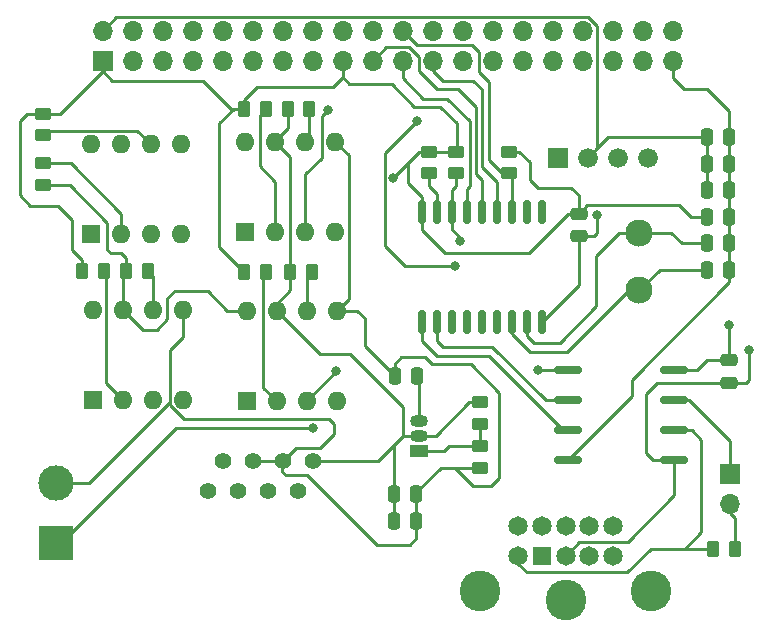
<source format=gtl>
%TF.GenerationSoftware,KiCad,Pcbnew,(6.0.10)*%
%TF.CreationDate,2023-01-13T18:11:07+01:00*%
%TF.ProjectId,InterfaceS88GleisboxRPi,496e7465-7266-4616-9365-533838476c65,rev?*%
%TF.SameCoordinates,Original*%
%TF.FileFunction,Copper,L1,Top*%
%TF.FilePolarity,Positive*%
%FSLAX46Y46*%
G04 Gerber Fmt 4.6, Leading zero omitted, Abs format (unit mm)*
G04 Created by KiCad (PCBNEW (6.0.10)) date 2023-01-13 18:11:07*
%MOMM*%
%LPD*%
G01*
G04 APERTURE LIST*
G04 Aperture macros list*
%AMRoundRect*
0 Rectangle with rounded corners*
0 $1 Rounding radius*
0 $2 $3 $4 $5 $6 $7 $8 $9 X,Y pos of 4 corners*
0 Add a 4 corners polygon primitive as box body*
4,1,4,$2,$3,$4,$5,$6,$7,$8,$9,$2,$3,0*
0 Add four circle primitives for the rounded corners*
1,1,$1+$1,$2,$3*
1,1,$1+$1,$4,$5*
1,1,$1+$1,$6,$7*
1,1,$1+$1,$8,$9*
0 Add four rect primitives between the rounded corners*
20,1,$1+$1,$2,$3,$4,$5,0*
20,1,$1+$1,$4,$5,$6,$7,0*
20,1,$1+$1,$6,$7,$8,$9,0*
20,1,$1+$1,$8,$9,$2,$3,0*%
G04 Aperture macros list end*
%TA.AperFunction,ComponentPad*%
%ADD10R,3.000000X3.000000*%
%TD*%
%TA.AperFunction,ComponentPad*%
%ADD11C,3.000000*%
%TD*%
%TA.AperFunction,ComponentPad*%
%ADD12C,3.450000*%
%TD*%
%TA.AperFunction,ComponentPad*%
%ADD13C,1.650000*%
%TD*%
%TA.AperFunction,ComponentPad*%
%ADD14R,1.500000X1.500000*%
%TD*%
%TA.AperFunction,ComponentPad*%
%ADD15C,1.397000*%
%TD*%
%TA.AperFunction,ComponentPad*%
%ADD16R,1.500000X1.050000*%
%TD*%
%TA.AperFunction,ComponentPad*%
%ADD17O,1.500000X1.050000*%
%TD*%
%TA.AperFunction,SMDPad,CuDef*%
%ADD18RoundRect,0.250000X0.450000X-0.262500X0.450000X0.262500X-0.450000X0.262500X-0.450000X-0.262500X0*%
%TD*%
%TA.AperFunction,SMDPad,CuDef*%
%ADD19RoundRect,0.250000X-0.262500X-0.450000X0.262500X-0.450000X0.262500X0.450000X-0.262500X0.450000X0*%
%TD*%
%TA.AperFunction,SMDPad,CuDef*%
%ADD20RoundRect,0.250000X-0.475000X0.250000X-0.475000X-0.250000X0.475000X-0.250000X0.475000X0.250000X0*%
%TD*%
%TA.AperFunction,ComponentPad*%
%ADD21R,1.700000X1.700000*%
%TD*%
%TA.AperFunction,ComponentPad*%
%ADD22O,1.700000X1.700000*%
%TD*%
%TA.AperFunction,SMDPad,CuDef*%
%ADD23RoundRect,0.250000X-0.250000X-0.475000X0.250000X-0.475000X0.250000X0.475000X-0.250000X0.475000X0*%
%TD*%
%TA.AperFunction,ComponentPad*%
%ADD24R,1.600000X1.600000*%
%TD*%
%TA.AperFunction,ComponentPad*%
%ADD25O,1.600000X1.600000*%
%TD*%
%TA.AperFunction,SMDPad,CuDef*%
%ADD26RoundRect,0.162500X-1.012500X-0.162500X1.012500X-0.162500X1.012500X0.162500X-1.012500X0.162500X0*%
%TD*%
%TA.AperFunction,SMDPad,CuDef*%
%ADD27RoundRect,0.250000X-0.450000X0.262500X-0.450000X-0.262500X0.450000X-0.262500X0.450000X0.262500X0*%
%TD*%
%TA.AperFunction,SMDPad,CuDef*%
%ADD28RoundRect,0.250000X0.262500X0.450000X-0.262500X0.450000X-0.262500X-0.450000X0.262500X-0.450000X0*%
%TD*%
%TA.AperFunction,SMDPad,CuDef*%
%ADD29RoundRect,0.250000X0.250000X0.475000X-0.250000X0.475000X-0.250000X-0.475000X0.250000X-0.475000X0*%
%TD*%
%TA.AperFunction,ComponentPad*%
%ADD30R,1.675000X1.675000*%
%TD*%
%TA.AperFunction,ComponentPad*%
%ADD31C,1.675000*%
%TD*%
%TA.AperFunction,SMDPad,CuDef*%
%ADD32RoundRect,0.150000X0.150000X-0.875000X0.150000X0.875000X-0.150000X0.875000X-0.150000X-0.875000X0*%
%TD*%
%TA.AperFunction,ComponentPad*%
%ADD33C,2.300000*%
%TD*%
%TA.AperFunction,ViaPad*%
%ADD34C,0.800000*%
%TD*%
%TA.AperFunction,Conductor*%
%ADD35C,0.250000*%
%TD*%
G04 APERTURE END LIST*
D10*
%TO.P,J5,1,Pin_1*%
%TO.N,Net-(C10-Pad1)*%
X95000000Y-93900000D03*
D11*
%TO.P,J5,2,Pin_2*%
%TO.N,GNDD*%
X95000000Y-88820000D03*
%TD*%
D12*
%TO.P,J2,MH3,MH3*%
%TO.N,unconnected-(J2-PadMH3)*%
X130850000Y-98000000D03*
%TO.P,J2,MH2,MH2*%
%TO.N,unconnected-(J2-PadMH2)*%
X145350000Y-98000000D03*
%TO.P,J2,MH1,MH1*%
%TO.N,unconnected-(J2-PadMH1)*%
X138100000Y-98800000D03*
D13*
%TO.P,J2,10,10*%
%TO.N,unconnected-(J2-Pad10)*%
X142100000Y-92500000D03*
%TO.P,J2,9,9*%
%TO.N,unconnected-(J2-Pad9)*%
X140100000Y-92500000D03*
%TO.P,J2,8,8*%
%TO.N,Net-(J2-Pad8)*%
X134100000Y-92500000D03*
%TO.P,J2,7,7*%
%TO.N,unconnected-(J2-Pad7)*%
X142100000Y-95000000D03*
%TO.P,J2,6,6*%
%TO.N,unconnected-(J2-Pad6)*%
X138100000Y-92500000D03*
%TO.P,J2,5,5*%
%TO.N,unconnected-(J2-Pad5)*%
X136100000Y-92500000D03*
%TO.P,J2,4,4*%
%TO.N,Net-(J2-Pad4)*%
X134100000Y-95000000D03*
%TO.P,J2,3,3*%
%TO.N,unconnected-(J2-Pad3)*%
X140100000Y-95000000D03*
%TO.P,J2,2,2*%
%TO.N,GNDA*%
X138100000Y-95000000D03*
D14*
%TO.P,J2,1,1*%
%TO.N,unconnected-(J2-Pad1)*%
X136100000Y-95000000D03*
%TD*%
D15*
%TO.P,J4,1*%
%TO.N,+5VD*%
X116700000Y-87000000D03*
%TO.P,J4,2*%
%TO.N,S88_Data*%
X115430000Y-89540000D03*
%TO.P,J4,3*%
%TO.N,GNDD*%
X114160000Y-87000000D03*
%TO.P,J4,4*%
%TO.N,S88_CLK*%
X112890000Y-89540000D03*
%TO.P,J4,5*%
%TO.N,GNDD*%
X111620000Y-87000000D03*
%TO.P,J4,6*%
%TO.N,S88_LOAD*%
X110350000Y-89540000D03*
%TO.P,J4,7*%
%TO.N,S88_Reset*%
X109080000Y-87000000D03*
%TO.P,J4,8*%
%TO.N,unconnected-(J4-Pad8)*%
X107810000Y-89540000D03*
%TD*%
D16*
%TO.P,U4,1,ADJ*%
%TO.N,Net-(R10-Pad1)*%
X125660000Y-86170000D03*
D17*
%TO.P,U4,2,VO*%
%TO.N,+5VD*%
X125660000Y-84900000D03*
%TO.P,U4,3,VI*%
%TO.N,Net-(C10-Pad1)*%
X125660000Y-83630000D03*
%TD*%
D18*
%TO.P,R4,1*%
%TO.N,Net-(R4-Pad1)*%
X126500000Y-62612500D03*
%TO.P,R4,2*%
%TO.N,+3.3V*%
X126500000Y-60787500D03*
%TD*%
%TO.P,R5,1*%
%TO.N,+5VD*%
X93900000Y-63612500D03*
%TO.P,R5,2*%
%TO.N,Net-(R5-Pad2)*%
X93900000Y-61787500D03*
%TD*%
D19*
%TO.P,R14,1*%
%TO.N,+5VD*%
X114787500Y-71000000D03*
%TO.P,R14,2*%
%TO.N,S88_Reset*%
X116612500Y-71000000D03*
%TD*%
D20*
%TO.P,C3,1*%
%TO.N,+3.3V*%
X139200000Y-66050000D03*
%TO.P,C3,2*%
%TO.N,GND*%
X139200000Y-67950000D03*
%TD*%
D21*
%TO.P,J3,1,Pin_1*%
%TO.N,Net-(J2-Pad8)*%
X152000000Y-88080000D03*
D22*
%TO.P,J3,2,Pin_2*%
%TO.N,Net-(J3-Pad2)*%
X152000000Y-90620000D03*
%TD*%
D23*
%TO.P,C9,2*%
%TO.N,GNDD*%
X125450000Y-92100000D03*
%TO.P,C9,1*%
%TO.N,+5VD*%
X123550000Y-92100000D03*
%TD*%
D24*
%TO.P,U6,1,NC*%
%TO.N,unconnected-(U6-Pad1)*%
X111000000Y-67600000D03*
D25*
%TO.P,U6,2,A*%
%TO.N,Net-(R11-Pad2)*%
X113540000Y-67600000D03*
%TO.P,U6,3,C*%
%TO.N,S88_LOAD_3V3*%
X116080000Y-67600000D03*
%TO.P,U6,4*%
%TO.N,N/C*%
X118620000Y-67600000D03*
%TO.P,U6,5,GND*%
%TO.N,GNDD*%
X118620000Y-59980000D03*
%TO.P,U6,6,VO*%
%TO.N,S88_LOAD*%
X116080000Y-59980000D03*
%TO.P,U6,7,EN*%
%TO.N,+5VD*%
X113540000Y-59980000D03*
%TO.P,U6,8,VCC*%
X111000000Y-59980000D03*
%TD*%
D26*
%TO.P,U2,1,VCC1*%
%TO.N,+3.3V*%
X138275000Y-79290000D03*
%TO.P,U2,2,RXD*%
%TO.N,Net-(U1-Pad2)*%
X138275000Y-81830000D03*
%TO.P,U2,3,TXD*%
%TO.N,Net-(U1-Pad1)*%
X138275000Y-84370000D03*
%TO.P,U2,4,GND1*%
%TO.N,GND*%
X138275000Y-86910000D03*
%TO.P,U2,5,GND2*%
%TO.N,GNDA*%
X147325000Y-86910000D03*
%TO.P,U2,6,CANL*%
%TO.N,Net-(J2-Pad4)*%
X147325000Y-84370000D03*
%TO.P,U2,7,CANH*%
%TO.N,Net-(J2-Pad8)*%
X147325000Y-81830000D03*
%TO.P,U2,8,VCC2*%
%TO.N,+5VA*%
X147325000Y-79290000D03*
%TD*%
D27*
%TO.P,R3,1*%
%TO.N,+3.3V*%
X133300000Y-60787500D03*
%TO.P,R3,2*%
%TO.N,INT*%
X133300000Y-62612500D03*
%TD*%
D23*
%TO.P,C7,1*%
%TO.N,+5V*%
X150050000Y-61822224D03*
%TO.P,C7,2*%
%TO.N,GND*%
X151950000Y-61822224D03*
%TD*%
%TO.P,C2,1*%
%TO.N,Net-(C2-Pad1)*%
X150050000Y-68538888D03*
%TO.P,C2,2*%
%TO.N,GND*%
X151950000Y-68538888D03*
%TD*%
D24*
%TO.P,U7,1,NC*%
%TO.N,unconnected-(U7-Pad1)*%
X111100000Y-81900000D03*
D25*
%TO.P,U7,2,A*%
%TO.N,Net-(R13-Pad2)*%
X113640000Y-81900000D03*
%TO.P,U7,3,C*%
%TO.N,S88_Reset_3V3*%
X116180000Y-81900000D03*
%TO.P,U7,4*%
%TO.N,N/C*%
X118720000Y-81900000D03*
%TO.P,U7,5,GND*%
%TO.N,GNDD*%
X118720000Y-74280000D03*
%TO.P,U7,6,VO*%
%TO.N,S88_Reset*%
X116180000Y-74280000D03*
%TO.P,U7,7,EN*%
%TO.N,+5VD*%
X113640000Y-74280000D03*
%TO.P,U7,8,VCC*%
X111100000Y-74280000D03*
%TD*%
D18*
%TO.P,R6,1*%
%TO.N,S88_Data_3V3*%
X93900000Y-59412500D03*
%TO.P,R6,2*%
%TO.N,+3.3V*%
X93900000Y-57587500D03*
%TD*%
D19*
%TO.P,R7,1*%
%TO.N,+3.3V*%
X97187500Y-70900000D03*
%TO.P,R7,2*%
%TO.N,Net-(R7-Pad2)*%
X99012500Y-70900000D03*
%TD*%
%TO.P,R8,1*%
%TO.N,+5VD*%
X100887500Y-70900000D03*
%TO.P,R8,2*%
%TO.N,S88_CLK*%
X102712500Y-70900000D03*
%TD*%
D28*
%TO.P,R1,1*%
%TO.N,Net-(J3-Pad2)*%
X152412500Y-94400000D03*
%TO.P,R1,2*%
%TO.N,Net-(J2-Pad4)*%
X150587500Y-94400000D03*
%TD*%
D23*
%TO.P,C6,1*%
%TO.N,+5V*%
X150050000Y-64061112D03*
%TO.P,C6,2*%
%TO.N,GND*%
X151950000Y-64061112D03*
%TD*%
D19*
%TO.P,R12,1*%
%TO.N,+5VD*%
X114587500Y-57200000D03*
%TO.P,R12,2*%
%TO.N,S88_LOAD*%
X116412500Y-57200000D03*
%TD*%
D29*
%TO.P,C10,1*%
%TO.N,Net-(C10-Pad1)*%
X125550000Y-79800000D03*
%TO.P,C10,2*%
%TO.N,GNDD*%
X123650000Y-79800000D03*
%TD*%
D19*
%TO.P,R13,1*%
%TO.N,+3.3V*%
X110887500Y-71000000D03*
%TO.P,R13,2*%
%TO.N,Net-(R13-Pad2)*%
X112712500Y-71000000D03*
%TD*%
D18*
%TO.P,R10,1*%
%TO.N,Net-(R10-Pad1)*%
X130900000Y-83856250D03*
%TO.P,R10,2*%
%TO.N,+5VD*%
X130900000Y-82031250D03*
%TD*%
D20*
%TO.P,C5,1*%
%TO.N,+5VA*%
X151900000Y-78450000D03*
%TO.P,C5,2*%
%TO.N,GNDA*%
X151900000Y-80350000D03*
%TD*%
D30*
%TO.P,U3,1,-VIN*%
%TO.N,GND*%
X137445000Y-61320000D03*
D31*
%TO.P,U3,2,+VIN*%
%TO.N,+5V*%
X139985000Y-61320000D03*
%TO.P,U3,3,-VOUT*%
%TO.N,GNDA*%
X142525000Y-61320000D03*
%TO.P,U3,4,+VOUT*%
%TO.N,+5VA*%
X145065000Y-61320000D03*
%TD*%
D24*
%TO.P,U5,1,NC*%
%TO.N,unconnected-(U5-Pad1)*%
X98100000Y-81800000D03*
D25*
%TO.P,U5,2,A*%
%TO.N,Net-(R7-Pad2)*%
X100640000Y-81800000D03*
%TO.P,U5,3,C*%
%TO.N,S88_CLK_3V3*%
X103180000Y-81800000D03*
%TO.P,U5,4*%
%TO.N,N/C*%
X105720000Y-81800000D03*
%TO.P,U5,5,GND*%
%TO.N,GNDD*%
X105720000Y-74180000D03*
%TO.P,U5,6,VO*%
%TO.N,S88_CLK*%
X103180000Y-74180000D03*
%TO.P,U5,7,EN*%
%TO.N,+5VD*%
X100640000Y-74180000D03*
%TO.P,U5,8,VCC*%
X98100000Y-74180000D03*
%TD*%
D32*
%TO.P,U1,1,TXCAN*%
%TO.N,Net-(U1-Pad1)*%
X125920000Y-75250000D03*
%TO.P,U1,2,RXCAN*%
%TO.N,Net-(U1-Pad2)*%
X127190000Y-75250000D03*
%TO.P,U1,3,CLKOUT/SOF*%
%TO.N,unconnected-(U1-Pad3)*%
X128460000Y-75250000D03*
%TO.P,U1,4,~{TX0RTS}*%
%TO.N,unconnected-(U1-Pad4)*%
X129730000Y-75250000D03*
%TO.P,U1,5,~{TX1RTS}*%
%TO.N,unconnected-(U1-Pad5)*%
X131000000Y-75250000D03*
%TO.P,U1,6,~{TX2RTS}*%
%TO.N,unconnected-(U1-Pad6)*%
X132270000Y-75250000D03*
%TO.P,U1,7,OSC2*%
%TO.N,Net-(C1-Pad1)*%
X133540000Y-75250000D03*
%TO.P,U1,8,OSC1*%
%TO.N,Net-(C2-Pad1)*%
X134810000Y-75250000D03*
%TO.P,U1,9,VSS*%
%TO.N,GND*%
X136080000Y-75250000D03*
%TO.P,U1,10,~{RX1BF}*%
%TO.N,unconnected-(U1-Pad10)*%
X136080000Y-65950000D03*
%TO.P,U1,11,~{RX0BF}*%
%TO.N,unconnected-(U1-Pad11)*%
X134810000Y-65950000D03*
%TO.P,U1,12,~{INT}*%
%TO.N,INT*%
X133540000Y-65950000D03*
%TO.P,U1,13,SCK*%
%TO.N,SCLK*%
X132270000Y-65950000D03*
%TO.P,U1,14,SI*%
%TO.N,MOSI*%
X131000000Y-65950000D03*
%TO.P,U1,15,SO*%
%TO.N,MISO*%
X129730000Y-65950000D03*
%TO.P,U1,16,~{CS}*%
%TO.N,CS0*%
X128460000Y-65950000D03*
%TO.P,U1,17,~{RESET}*%
%TO.N,Net-(R4-Pad1)*%
X127190000Y-65950000D03*
%TO.P,U1,18,VDD*%
%TO.N,+3.3V*%
X125920000Y-65950000D03*
%TD*%
D18*
%TO.P,R9,1*%
%TO.N,GNDD*%
X130900000Y-87568750D03*
%TO.P,R9,2*%
%TO.N,Net-(R10-Pad1)*%
X130900000Y-85743750D03*
%TD*%
%TO.P,R2,1*%
%TO.N,CS0*%
X128800000Y-62612500D03*
%TO.P,R2,2*%
%TO.N,+3.3V*%
X128800000Y-60787500D03*
%TD*%
D24*
%TO.P,U8,1,NC*%
%TO.N,unconnected-(U8-Pad1)*%
X97900000Y-67800000D03*
D25*
%TO.P,U8,2,A*%
%TO.N,Net-(R5-Pad2)*%
X100440000Y-67800000D03*
%TO.P,U8,3,C*%
%TO.N,S88_Data*%
X102980000Y-67800000D03*
%TO.P,U8,4*%
%TO.N,N/C*%
X105520000Y-67800000D03*
%TO.P,U8,5,GND*%
%TO.N,GNDD*%
X105520000Y-60180000D03*
%TO.P,U8,6,VO*%
%TO.N,S88_Data_3V3*%
X102980000Y-60180000D03*
%TO.P,U8,7,EN*%
%TO.N,+5V*%
X100440000Y-60180000D03*
%TO.P,U8,8,VCC*%
X97900000Y-60180000D03*
%TD*%
D23*
%TO.P,C1,1*%
%TO.N,Net-(C1-Pad1)*%
X150050000Y-70777780D03*
%TO.P,C1,2*%
%TO.N,GND*%
X151950000Y-70777780D03*
%TD*%
D33*
%TO.P,Y1,1,1*%
%TO.N,Net-(C1-Pad1)*%
X144300000Y-72550000D03*
%TO.P,Y1,2,2*%
%TO.N,Net-(C2-Pad1)*%
X144300000Y-67650000D03*
%TD*%
D19*
%TO.P,R11,1*%
%TO.N,+3.3V*%
X110887500Y-57200000D03*
%TO.P,R11,2*%
%TO.N,Net-(R11-Pad2)*%
X112712500Y-57200000D03*
%TD*%
D23*
%TO.P,C8,1*%
%TO.N,+5V*%
X150050000Y-59583336D03*
%TO.P,C8,2*%
%TO.N,GND*%
X151950000Y-59583336D03*
%TD*%
%TO.P,C11,1*%
%TO.N,+5VD*%
X123550000Y-89800000D03*
%TO.P,C11,2*%
%TO.N,GNDD*%
X125450000Y-89800000D03*
%TD*%
%TO.P,C4,1*%
%TO.N,+3.3V*%
X150050000Y-66300000D03*
%TO.P,C4,2*%
%TO.N,GND*%
X151950000Y-66300000D03*
%TD*%
D21*
%TO.P,J1,1,3.3V*%
%TO.N,+3.3V*%
X98900000Y-53100000D03*
D22*
%TO.P,J1,2,5V*%
%TO.N,+5V*%
X98900000Y-50560000D03*
%TO.P,J1,3,BCM2_SDA*%
%TO.N,unconnected-(J1-Pad3)*%
X101440000Y-53100000D03*
%TO.P,J1,4,5V*%
%TO.N,unconnected-(J1-Pad4)*%
X101440000Y-50560000D03*
%TO.P,J1,5,BCM3_SCL*%
%TO.N,unconnected-(J1-Pad5)*%
X103980000Y-53100000D03*
%TO.P,J1,6,GND*%
%TO.N,GND*%
X103980000Y-50560000D03*
%TO.P,J1,7,BCM4_GPCLK0*%
%TO.N,unconnected-(J1-Pad7)*%
X106520000Y-53100000D03*
%TO.P,J1,8,BCM14_TXD*%
%TO.N,unconnected-(J1-Pad8)*%
X106520000Y-50560000D03*
%TO.P,J1,9,GND*%
%TO.N,unconnected-(J1-Pad9)*%
X109060000Y-53100000D03*
%TO.P,J1,10,BCM15_RXD*%
%TO.N,unconnected-(J1-Pad10)*%
X109060000Y-50560000D03*
%TO.P,J1,11,BCM17*%
%TO.N,S88_Data_3V3*%
X111600000Y-53100000D03*
%TO.P,J1,12,BCM18_PCM_C*%
%TO.N,unconnected-(J1-Pad12)*%
X111600000Y-50560000D03*
%TO.P,J1,13,BCM27*%
%TO.N,unconnected-(J1-Pad13)*%
X114140000Y-53100000D03*
%TO.P,J1,14,GND*%
%TO.N,unconnected-(J1-Pad14)*%
X114140000Y-50560000D03*
%TO.P,J1,15,BCM22*%
%TO.N,S88_CLK_3V3*%
X116680000Y-53100000D03*
%TO.P,J1,16,BCM23*%
%TO.N,S88_LOAD_3V3*%
X116680000Y-50560000D03*
%TO.P,J1,17,3.3V*%
%TO.N,+3.3V*%
X119220000Y-53100000D03*
%TO.P,J1,18,BCM24*%
%TO.N,S88_Reset_3V3*%
X119220000Y-50560000D03*
%TO.P,J1,19,BCM10_MOSI*%
%TO.N,MOSI*%
X121760000Y-53100000D03*
%TO.P,J1,20,GND*%
%TO.N,unconnected-(J1-Pad20)*%
X121760000Y-50560000D03*
%TO.P,J1,21,BCM9_MISO*%
%TO.N,MISO*%
X124300000Y-53100000D03*
%TO.P,J1,22,BCM25*%
%TO.N,INT*%
X124300000Y-50560000D03*
%TO.P,J1,23,BCM11_SCLK*%
%TO.N,SCLK*%
X126840000Y-53100000D03*
%TO.P,J1,24,BCM8_CE0*%
%TO.N,CS0*%
X126840000Y-50560000D03*
%TO.P,J1,25,GND*%
%TO.N,unconnected-(J1-Pad25)*%
X129380000Y-53100000D03*
%TO.P,J1,26,BCM7_CE1*%
%TO.N,unconnected-(J1-Pad26)*%
X129380000Y-50560000D03*
%TO.P,J1,27,BCM0_ID_SD*%
%TO.N,unconnected-(J1-Pad27)*%
X131920000Y-53100000D03*
%TO.P,J1,28,BCM1_ID_SC*%
%TO.N,unconnected-(J1-Pad28)*%
X131920000Y-50560000D03*
%TO.P,J1,29,BCM5*%
%TO.N,unconnected-(J1-Pad29)*%
X134460000Y-53100000D03*
%TO.P,J1,30,GND*%
%TO.N,unconnected-(J1-Pad30)*%
X134460000Y-50560000D03*
%TO.P,J1,31,BCM6*%
%TO.N,unconnected-(J1-Pad31)*%
X137000000Y-53100000D03*
%TO.P,J1,32,BCM12_PWM0*%
%TO.N,unconnected-(J1-Pad32)*%
X137000000Y-50560000D03*
%TO.P,J1,33,BCM13_PWM1*%
%TO.N,unconnected-(J1-Pad33)*%
X139540000Y-53100000D03*
%TO.P,J1,34,GND*%
%TO.N,unconnected-(J1-Pad34)*%
X139540000Y-50560000D03*
%TO.P,J1,35,BCM19_MISO_PCM_FS*%
%TO.N,unconnected-(J1-Pad35)*%
X142080000Y-53100000D03*
%TO.P,J1,36,BCM16*%
%TO.N,unconnected-(J1-Pad36)*%
X142080000Y-50560000D03*
%TO.P,J1,37,BCM26*%
%TO.N,unconnected-(J1-Pad37)*%
X144620000Y-53100000D03*
%TO.P,J1,38,BCM20_MOSI_PCM_DI*%
%TO.N,unconnected-(J1-Pad38)*%
X144620000Y-50560000D03*
%TO.P,J1,39,GND*%
%TO.N,GND*%
X147160000Y-53100000D03*
%TO.P,J1,40,BCM21_SCLK_PCM_DO*%
%TO.N,unconnected-(J1-Pad40)*%
X147160000Y-50560000D03*
%TD*%
D34*
%TO.N,Net-(C10-Pad1)*%
X116700000Y-84200000D03*
%TO.N,GND*%
X140800000Y-66200000D03*
%TO.N,+5VA*%
X151900000Y-75500000D03*
%TO.N,GNDA*%
X153600000Y-77600000D03*
%TO.N,+3.3V*%
X123500000Y-63000000D03*
X135800000Y-79300000D03*
%TO.N,S88_LOAD_3V3*%
X118000000Y-57300000D03*
%TO.N,S88_Reset_3V3*%
X118700000Y-79400000D03*
%TO.N,CS0*%
X128700000Y-70500000D03*
X129200000Y-68400000D03*
X125500000Y-58200000D03*
%TD*%
D35*
%TO.N,GNDD*%
X97750991Y-88820000D02*
X95000000Y-88820000D01*
X104595000Y-81975991D02*
X97750991Y-88820000D01*
%TO.N,Net-(C10-Pad1)*%
X95000000Y-93900000D02*
X95380000Y-93900000D01*
X95380000Y-93900000D02*
X105080000Y-84200000D01*
X105080000Y-84200000D02*
X116700000Y-84200000D01*
%TO.N,+5VD*%
X107800000Y-72600000D02*
X109480000Y-74280000D01*
X105000000Y-72600000D02*
X107800000Y-72600000D01*
X104400000Y-73200000D02*
X105000000Y-72600000D01*
X103500000Y-75900000D02*
X104400000Y-75000000D01*
X104400000Y-75000000D02*
X104400000Y-73200000D01*
X100640000Y-74180000D02*
X102360000Y-75900000D01*
X102360000Y-75900000D02*
X103500000Y-75900000D01*
X109480000Y-74280000D02*
X111100000Y-74280000D01*
%TO.N,GNDD*%
X105720000Y-76480000D02*
X105720000Y-74180000D01*
X105804009Y-83475000D02*
X104595000Y-82265991D01*
X118075000Y-83475000D02*
X105804009Y-83475000D01*
X117300000Y-85900000D02*
X118500000Y-84700000D01*
X118500000Y-84700000D02*
X118500000Y-83900000D01*
X115260000Y-85900000D02*
X117300000Y-85900000D01*
X118500000Y-83900000D02*
X118075000Y-83475000D01*
X104595000Y-77605000D02*
X105720000Y-76480000D01*
X104595000Y-82265991D02*
X104595000Y-77605000D01*
X114160000Y-87000000D02*
X115260000Y-85900000D01*
%TO.N,Net-(J2-Pad4)*%
X145300000Y-94400000D02*
X148200000Y-94400000D01*
X143300000Y-96400000D02*
X145300000Y-94400000D01*
X134800000Y-96400000D02*
X143300000Y-96400000D01*
X134100000Y-95700000D02*
X134800000Y-96400000D01*
X134100000Y-95000000D02*
X134100000Y-95700000D01*
%TO.N,GNDA*%
X139250000Y-93850000D02*
X138100000Y-95000000D01*
X143350000Y-93850000D02*
X139250000Y-93850000D01*
%TO.N,+5VD*%
X122200000Y-87000000D02*
X116700000Y-87000000D01*
X123550000Y-85650000D02*
X122200000Y-87000000D01*
%TO.N,GNDD*%
X114400000Y-88200000D02*
X114100000Y-87900000D01*
X114100000Y-87900000D02*
X114100000Y-87060000D01*
X116200000Y-88200000D02*
X114400000Y-88200000D01*
X122100000Y-94100000D02*
X116200000Y-88200000D01*
X114100000Y-87060000D02*
X114160000Y-87000000D01*
X125450000Y-92100000D02*
X125450000Y-93550000D01*
X125450000Y-93550000D02*
X124900000Y-94100000D01*
X124900000Y-94100000D02*
X122100000Y-94100000D01*
X111620000Y-87000000D02*
X114160000Y-87000000D01*
%TO.N,Net-(C1-Pad1)*%
X135100000Y-77800000D02*
X138200000Y-77800000D01*
X146072220Y-70777780D02*
X150050000Y-70777780D01*
X138200000Y-77800000D02*
X143450000Y-72550000D01*
X133540000Y-76240000D02*
X135100000Y-77800000D01*
X143450000Y-72550000D02*
X144300000Y-72550000D01*
X133540000Y-75250000D02*
X133540000Y-76240000D01*
X144300000Y-72550000D02*
X146072220Y-70777780D01*
%TO.N,GND*%
X139200000Y-72130000D02*
X139200000Y-67950000D01*
X147160000Y-53100000D02*
X147160000Y-54560000D01*
X151950000Y-64061112D02*
X151950000Y-61822224D01*
X151950000Y-71850000D02*
X151950000Y-70777780D01*
X143689034Y-81495966D02*
X143689034Y-80110966D01*
X151950000Y-66300000D02*
X151950000Y-64061112D01*
X151950000Y-70777780D02*
X151950000Y-68538888D01*
X140550000Y-67950000D02*
X139200000Y-67950000D01*
X151950000Y-59583336D02*
X151950000Y-57344448D01*
X136080000Y-75250000D02*
X139200000Y-72130000D01*
X143689034Y-80110966D02*
X151950000Y-71850000D01*
X151950000Y-59583336D02*
X151950000Y-61822224D01*
X151950000Y-68538888D02*
X151950000Y-66300000D01*
X150105552Y-55500000D02*
X151950000Y-57344448D01*
X138275000Y-86910000D02*
X143689034Y-81495966D01*
X140800000Y-67700000D02*
X140550000Y-67950000D01*
X147160000Y-54560000D02*
X148100000Y-55500000D01*
X148100000Y-55500000D02*
X150105552Y-55500000D01*
X140800000Y-66200000D02*
X140800000Y-67700000D01*
%TO.N,Net-(C2-Pad1)*%
X144300000Y-67650000D02*
X147050000Y-67650000D01*
X140700000Y-69600000D02*
X142650000Y-67650000D01*
X147938888Y-68538888D02*
X150050000Y-68538888D01*
X147050000Y-67650000D02*
X147938888Y-68538888D01*
X137600000Y-77000000D02*
X140700000Y-73900000D01*
X142650000Y-67650000D02*
X144300000Y-67650000D01*
X134810000Y-76410000D02*
X135400000Y-77000000D01*
X140700000Y-73900000D02*
X140700000Y-69600000D01*
X134810000Y-75250000D02*
X134810000Y-76410000D01*
X135400000Y-77000000D02*
X137600000Y-77000000D01*
%TO.N,+5VA*%
X147325000Y-79290000D02*
X149210000Y-79290000D01*
X149210000Y-79290000D02*
X150050000Y-78450000D01*
X150050000Y-78450000D02*
X151900000Y-78450000D01*
X151900000Y-75500000D02*
X151900000Y-78450000D01*
%TO.N,GNDA*%
X144900000Y-86300000D02*
X145510000Y-86910000D01*
X151900000Y-80350000D02*
X145850000Y-80350000D01*
X153600000Y-77600000D02*
X153600000Y-80100000D01*
X145850000Y-80350000D02*
X144900000Y-81300000D01*
X147325000Y-89875000D02*
X147325000Y-86910000D01*
X143350000Y-93850000D02*
X147325000Y-89875000D01*
X153600000Y-80100000D02*
X153350000Y-80350000D01*
X144900000Y-81300000D02*
X144900000Y-86300000D01*
X145510000Y-86910000D02*
X147325000Y-86910000D01*
X153350000Y-80350000D02*
X151900000Y-80350000D01*
%TO.N,S88_Data_3V3*%
X101855000Y-59055000D02*
X102980000Y-60180000D01*
X94257500Y-59055000D02*
X101855000Y-59055000D01*
X93900000Y-59412500D02*
X94257500Y-59055000D01*
%TO.N,+3.3V*%
X96300000Y-66600000D02*
X95100000Y-65400000D01*
X112000000Y-55300000D02*
X118440000Y-55300000D01*
X92512500Y-57587500D02*
X93900000Y-57587500D01*
X139950000Y-65300000D02*
X139200000Y-66050000D01*
X110887500Y-57200000D02*
X110000000Y-57200000D01*
X127900000Y-69400000D02*
X135000000Y-69400000D01*
X135000000Y-69400000D02*
X138350000Y-66050000D01*
X128900000Y-58400000D02*
X128900000Y-60687500D01*
X119800000Y-55100000D02*
X123400000Y-55100000D01*
X109800000Y-57200000D02*
X107400000Y-54800000D01*
X127500000Y-57000000D02*
X128900000Y-58400000D01*
X98900000Y-54000000D02*
X98900000Y-53100000D01*
X125300000Y-57000000D02*
X127500000Y-57000000D01*
X135100000Y-61700000D02*
X135100000Y-63200000D01*
X110000000Y-57200000D02*
X109800000Y-57200000D01*
X125920000Y-65950000D02*
X125920000Y-67420000D01*
X108800000Y-58400000D02*
X110000000Y-57200000D01*
X148700000Y-66300000D02*
X147700000Y-65300000D01*
X125920000Y-64620000D02*
X124750000Y-63450000D01*
X124750000Y-61750000D02*
X125712500Y-60787500D01*
X95312500Y-57587500D02*
X97300000Y-55600000D01*
X123400000Y-55100000D02*
X125300000Y-57000000D01*
X97187500Y-70900000D02*
X97187500Y-69987500D01*
X110887500Y-71000000D02*
X108800000Y-68912500D01*
X133300000Y-60787500D02*
X134187500Y-60787500D01*
X135810000Y-79290000D02*
X135800000Y-79300000D01*
X118440000Y-55300000D02*
X119220000Y-54520000D01*
X150050000Y-66300000D02*
X148700000Y-66300000D01*
X138350000Y-66050000D02*
X139200000Y-66050000D01*
X125920000Y-65950000D02*
X125920000Y-64620000D01*
X138600000Y-63900000D02*
X139200000Y-64500000D01*
X125920000Y-67420000D02*
X127900000Y-69400000D01*
X125712500Y-60787500D02*
X126500000Y-60787500D01*
X119220000Y-53100000D02*
X119220000Y-54520000D01*
X119220000Y-54520000D02*
X119800000Y-55100000D01*
X128800000Y-60787500D02*
X126500000Y-60787500D01*
X93900000Y-57587500D02*
X95312500Y-57587500D01*
X139200000Y-64500000D02*
X139200000Y-66050000D01*
X96300000Y-69100000D02*
X96300000Y-66600000D01*
X123500000Y-63000000D02*
X124750000Y-61750000D01*
X92800000Y-65400000D02*
X91900000Y-64500000D01*
X135800000Y-63900000D02*
X138600000Y-63900000D01*
X97300000Y-55600000D02*
X98900000Y-54000000D01*
X91900000Y-58200000D02*
X92512500Y-57587500D01*
X134187500Y-60787500D02*
X135100000Y-61700000D01*
X110887500Y-57200000D02*
X110887500Y-56412500D01*
X138275000Y-79290000D02*
X135810000Y-79290000D01*
X95100000Y-65400000D02*
X92800000Y-65400000D01*
X107400000Y-54800000D02*
X99700000Y-54800000D01*
X91900000Y-64500000D02*
X91900000Y-58200000D01*
X97187500Y-69987500D02*
X96300000Y-69100000D01*
X135100000Y-63200000D02*
X135800000Y-63900000D01*
X110887500Y-56412500D02*
X112000000Y-55300000D01*
X99700000Y-54800000D02*
X98900000Y-54000000D01*
X108800000Y-68912500D02*
X108800000Y-58400000D01*
X147700000Y-65300000D02*
X139950000Y-65300000D01*
X124750000Y-63450000D02*
X124750000Y-61750000D01*
X128900000Y-60687500D02*
X128800000Y-60787500D01*
%TO.N,+5V*%
X100075000Y-49385000D02*
X140026701Y-49385000D01*
X150050000Y-59583336D02*
X141721664Y-59583336D01*
X140800000Y-50158299D02*
X140800000Y-60505000D01*
X98900000Y-50560000D02*
X100075000Y-49385000D01*
X141721664Y-59583336D02*
X140800000Y-60505000D01*
X140026701Y-49385000D02*
X140800000Y-50158299D01*
X150050000Y-64061112D02*
X150050000Y-61822224D01*
X150050000Y-59583336D02*
X150050000Y-61822224D01*
X140800000Y-60505000D02*
X139985000Y-61320000D01*
%TO.N,MOSI*%
X131000000Y-63200000D02*
X130500000Y-62700000D01*
X130500000Y-62700000D02*
X130500000Y-57000000D01*
X127200000Y-55500000D02*
X129000000Y-55500000D01*
X125665000Y-52765000D02*
X125665000Y-53965000D01*
X125665000Y-53965000D02*
X127200000Y-55500000D01*
X122935000Y-51925000D02*
X124825000Y-51925000D01*
X124825000Y-51925000D02*
X125665000Y-52765000D01*
X131000000Y-65950000D02*
X131000000Y-63200000D01*
X129000000Y-55500000D02*
X130500000Y-57000000D01*
X121760000Y-53100000D02*
X122935000Y-51925000D01*
%TO.N,MISO*%
X126000000Y-56300000D02*
X124300000Y-54600000D01*
X130000000Y-63700000D02*
X130000000Y-58200000D01*
X124300000Y-54600000D02*
X124300000Y-53100000D01*
X129730000Y-65950000D02*
X129730000Y-63970000D01*
X129730000Y-63970000D02*
X130000000Y-63700000D01*
X130000000Y-58200000D02*
X128100000Y-56300000D01*
X128100000Y-56300000D02*
X126000000Y-56300000D01*
%TO.N,S88_LOAD_3V3*%
X117495000Y-57805000D02*
X118000000Y-57300000D01*
X116080000Y-62710000D02*
X116080000Y-67600000D01*
X117495000Y-61295000D02*
X117495000Y-57805000D01*
X117495000Y-61295000D02*
X116080000Y-62710000D01*
%TO.N,S88_Reset_3V3*%
X116180000Y-81900000D02*
X118680000Y-79400000D01*
X118680000Y-79400000D02*
X118700000Y-79400000D01*
%TO.N,Net-(U1-Pad1)*%
X137870000Y-84370000D02*
X138275000Y-84370000D01*
X125920000Y-75250000D02*
X125920000Y-76820000D01*
X125920000Y-76820000D02*
X127200000Y-78100000D01*
X127200000Y-78100000D02*
X131600000Y-78100000D01*
X131600000Y-78100000D02*
X137870000Y-84370000D01*
%TO.N,Net-(U1-Pad2)*%
X131900000Y-77300000D02*
X127700000Y-77300000D01*
X136430000Y-81830000D02*
X131900000Y-77300000D01*
X127190000Y-76790000D02*
X127190000Y-75250000D01*
X138275000Y-81830000D02*
X136430000Y-81830000D01*
X127700000Y-77300000D02*
X127190000Y-76790000D01*
%TO.N,INT*%
X125540000Y-51800000D02*
X124300000Y-50560000D01*
X133300000Y-62612500D02*
X133300000Y-62700000D01*
X131600000Y-54900000D02*
X130745000Y-54045000D01*
X130745000Y-54045000D02*
X130745000Y-52345000D01*
X131600000Y-61500000D02*
X131600000Y-54900000D01*
X133300000Y-62612500D02*
X132712500Y-62612500D01*
X133300000Y-62700000D02*
X133540000Y-62940000D01*
X133540000Y-62940000D02*
X133540000Y-65950000D01*
X130200000Y-51800000D02*
X125540000Y-51800000D01*
X132712500Y-62612500D02*
X131600000Y-61500000D01*
X130745000Y-52345000D02*
X130200000Y-51800000D01*
%TO.N,Net-(J2-Pad4)*%
X149600000Y-85200000D02*
X149600000Y-93000000D01*
X150587500Y-94400000D02*
X148200000Y-94400000D01*
X148770000Y-84370000D02*
X149600000Y-85200000D01*
X147325000Y-84370000D02*
X148770000Y-84370000D01*
X149600000Y-93000000D02*
X148200000Y-94400000D01*
X134200000Y-95800000D02*
X134200000Y-95000000D01*
%TO.N,Net-(J2-Pad8)*%
X152000000Y-85300000D02*
X152000000Y-88080000D01*
X147325000Y-81830000D02*
X148530000Y-81830000D01*
X148530000Y-81830000D02*
X152000000Y-85300000D01*
%TO.N,Net-(J3-Pad2)*%
X152412500Y-94400000D02*
X152412500Y-91812500D01*
X152412500Y-91812500D02*
X152000000Y-91400000D01*
X152000000Y-91400000D02*
X152000000Y-90620000D01*
%TO.N,Net-(R4-Pad1)*%
X127190000Y-65950000D02*
X127190000Y-64390000D01*
X127190000Y-64390000D02*
X126500000Y-63700000D01*
X126500000Y-63700000D02*
X126500000Y-62612500D01*
%TO.N,SCLK*%
X132270000Y-63370000D02*
X131000000Y-62100000D01*
X131000000Y-55500000D02*
X130300000Y-54800000D01*
X127700000Y-54800000D02*
X126840000Y-53940000D01*
X126840000Y-53940000D02*
X126840000Y-53100000D01*
X131000000Y-62100000D02*
X131000000Y-55500000D01*
X130300000Y-54800000D02*
X127700000Y-54800000D01*
X132270000Y-65950000D02*
X132270000Y-63370000D01*
%TO.N,CS0*%
X122775000Y-68775000D02*
X124300000Y-70300000D01*
X128460000Y-64040000D02*
X128800000Y-63700000D01*
X129200000Y-68100000D02*
X128460000Y-67360000D01*
X128460000Y-65950000D02*
X128460000Y-64040000D01*
X124300000Y-70300000D02*
X124500000Y-70500000D01*
X125500000Y-58200000D02*
X122775000Y-60925000D01*
X128460000Y-67360000D02*
X128460000Y-65950000D01*
X129200000Y-68400000D02*
X129200000Y-68100000D01*
X124500000Y-70500000D02*
X128700000Y-70500000D01*
X128800000Y-63700000D02*
X128800000Y-62612500D01*
X122775000Y-60925000D02*
X122775000Y-68775000D01*
%TO.N,S88_CLK*%
X102712500Y-70900000D02*
X103180000Y-71367500D01*
X103180000Y-71367500D02*
X103180000Y-74180000D01*
%TO.N,S88_LOAD*%
X116400000Y-57212500D02*
X116400000Y-59660000D01*
X116412500Y-57200000D02*
X116400000Y-57212500D01*
X116400000Y-59660000D02*
X116080000Y-59980000D01*
%TO.N,S88_Reset*%
X116612500Y-71000000D02*
X116180000Y-71432500D01*
X116180000Y-71432500D02*
X116180000Y-74280000D01*
%TO.N,Net-(C10-Pad1)*%
X125660000Y-79910000D02*
X125550000Y-79800000D01*
X125660000Y-83630000D02*
X125660000Y-79910000D01*
%TO.N,GNDD*%
X120480000Y-74280000D02*
X118720000Y-74280000D01*
X124200000Y-78200000D02*
X123650000Y-78750000D01*
X126200000Y-78200000D02*
X124200000Y-78200000D01*
X130100000Y-78800000D02*
X126800000Y-78800000D01*
X131800000Y-89100000D02*
X132500000Y-88400000D01*
X130300000Y-89100000D02*
X131800000Y-89100000D01*
X123650000Y-78750000D02*
X123650000Y-79800000D01*
X121100000Y-74900000D02*
X120480000Y-74280000D01*
X125450000Y-92100000D02*
X125450000Y-89800000D01*
X118620000Y-59980000D02*
X119745000Y-61105000D01*
X128768750Y-87568750D02*
X130300000Y-89100000D01*
X126800000Y-78800000D02*
X126200000Y-78200000D01*
X132500000Y-88400000D02*
X132500000Y-81200000D01*
X127631250Y-87568750D02*
X128768750Y-87568750D01*
X132500000Y-81200000D02*
X130100000Y-78800000D01*
X121100000Y-77250000D02*
X121100000Y-74900000D01*
X127631250Y-87568750D02*
X130900000Y-87568750D01*
X127531250Y-87568750D02*
X127631250Y-87568750D01*
X127531250Y-87568750D02*
X125450000Y-89650000D01*
X119745000Y-73255000D02*
X118720000Y-74280000D01*
X125450000Y-89650000D02*
X125450000Y-89800000D01*
X123650000Y-79800000D02*
X121100000Y-77250000D01*
X119745000Y-61105000D02*
X119745000Y-73255000D01*
%TO.N,+5VD*%
X114787500Y-71000000D02*
X114787500Y-72512500D01*
X123550000Y-85650000D02*
X124300000Y-84900000D01*
X123550000Y-92100000D02*
X123550000Y-89800000D01*
X114787500Y-71000000D02*
X114787500Y-61227500D01*
X114787500Y-61227500D02*
X113540000Y-59980000D01*
X93900000Y-63612500D02*
X96112500Y-63612500D01*
X113640000Y-73660000D02*
X113640000Y-74280000D01*
X123550000Y-89800000D02*
X123550000Y-85650000D01*
X113640000Y-74280000D02*
X117305000Y-77945000D01*
X100887500Y-69787500D02*
X100887500Y-70900000D01*
X114587500Y-58812500D02*
X113540000Y-59860000D01*
X96112500Y-63612500D02*
X99300000Y-66800000D01*
X100640000Y-71147500D02*
X100640000Y-74180000D01*
X127100000Y-84900000D02*
X129968750Y-82031250D01*
X100887500Y-70900000D02*
X100640000Y-71147500D01*
X124300000Y-82400000D02*
X124300000Y-84900000D01*
X114587500Y-57200000D02*
X114587500Y-58812500D01*
X124300000Y-84900000D02*
X125660000Y-84900000D01*
X125660000Y-84900000D02*
X127100000Y-84900000D01*
X100500000Y-69400000D02*
X100887500Y-69787500D01*
X117305000Y-77945000D02*
X119845000Y-77945000D01*
X99300000Y-69100000D02*
X99600000Y-69400000D01*
X99300000Y-66800000D02*
X99300000Y-69100000D01*
X114787500Y-72512500D02*
X113640000Y-73660000D01*
X129968750Y-82031250D02*
X130900000Y-82031250D01*
X113540000Y-59860000D02*
X113540000Y-59980000D01*
X119845000Y-77945000D02*
X124300000Y-82400000D01*
X99600000Y-69400000D02*
X100500000Y-69400000D01*
%TO.N,Net-(R5-Pad2)*%
X96200000Y-61800000D02*
X100440000Y-66040000D01*
X100440000Y-66040000D02*
X100440000Y-67800000D01*
X93912500Y-61800000D02*
X96200000Y-61800000D01*
X93900000Y-61787500D02*
X93912500Y-61800000D01*
%TO.N,Net-(R7-Pad2)*%
X99225000Y-71112500D02*
X99012500Y-70900000D01*
X99225000Y-80385000D02*
X99225000Y-71112500D01*
X100640000Y-81800000D02*
X99225000Y-80385000D01*
%TO.N,Net-(R10-Pad1)*%
X127830000Y-86170000D02*
X128256250Y-85743750D01*
X125660000Y-86170000D02*
X127830000Y-86170000D01*
X128256250Y-85743750D02*
X130900000Y-85743750D01*
X130900000Y-83856250D02*
X130900000Y-85743750D01*
%TO.N,Net-(R11-Pad2)*%
X113540000Y-67600000D02*
X113540000Y-63340000D01*
X113540000Y-63340000D02*
X112200000Y-62000000D01*
X112200000Y-57712500D02*
X112712500Y-57200000D01*
X112200000Y-62000000D02*
X112200000Y-57712500D01*
%TO.N,Net-(R13-Pad2)*%
X112515000Y-71197500D02*
X112515000Y-80775000D01*
X112712500Y-71000000D02*
X112515000Y-71197500D01*
X112515000Y-80775000D02*
X113640000Y-81900000D01*
%TD*%
M02*

</source>
